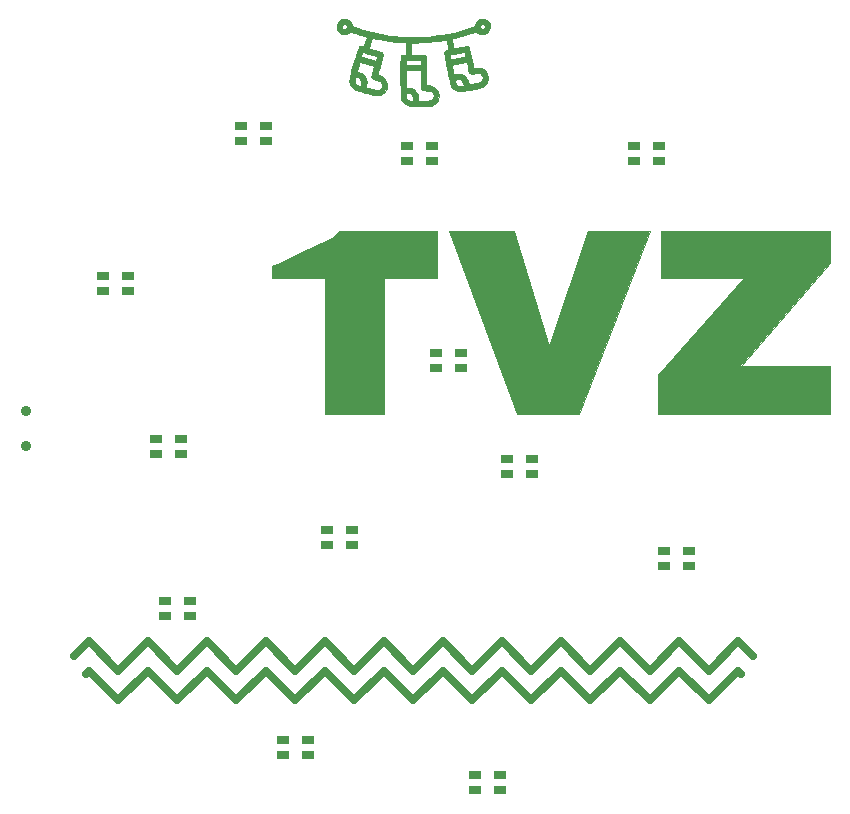
<source format=gbr>
%TF.GenerationSoftware,KiCad,Pcbnew,(5.1.10)-1*%
%TF.CreationDate,2021-10-17T17:11:57+02:00*%
%TF.ProjectId,TVZ_kuglica,54565a5f-6b75-4676-9c69-63612e6b6963,rev?*%
%TF.SameCoordinates,Original*%
%TF.FileFunction,Soldermask,Top*%
%TF.FilePolarity,Negative*%
%FSLAX46Y46*%
G04 Gerber Fmt 4.6, Leading zero omitted, Abs format (unit mm)*
G04 Created by KiCad (PCBNEW (5.1.10)-1) date 2021-10-17 17:11:57*
%MOMM*%
%LPD*%
G01*
G04 APERTURE LIST*
%ADD10C,0.700000*%
%ADD11C,0.100000*%
%ADD12C,0.010000*%
%ADD13C,0.900000*%
%ADD14R,1.100000X0.750000*%
G04 APERTURE END LIST*
D10*
X109500000Y-120250000D02*
X112000000Y-122750000D01*
X109250000Y-120500000D02*
X109500000Y-120250000D01*
X109500000Y-117750000D02*
X108250000Y-119000000D01*
X162000000Y-122750000D02*
X164500000Y-120250000D01*
X152000000Y-120250000D02*
X149500000Y-117750000D01*
X157000000Y-120250000D02*
X154500000Y-117750000D01*
X165750000Y-119000000D02*
X164500000Y-117750000D01*
X164500000Y-117750000D02*
X162000000Y-120250000D01*
X112000000Y-122750000D02*
X114500000Y-120250000D01*
X144500000Y-120250000D02*
X147000000Y-122750000D01*
X159500000Y-120250000D02*
X162000000Y-122750000D01*
X142000000Y-120250000D02*
X139500000Y-117750000D01*
X142000000Y-122750000D02*
X144500000Y-120250000D01*
X137000000Y-122750000D02*
X139500000Y-120250000D01*
X119500000Y-117750000D02*
X117000000Y-120250000D01*
X134500000Y-117750000D02*
X132000000Y-120250000D01*
X162000000Y-120250000D02*
X159500000Y-117750000D01*
X159500000Y-117750000D02*
X157000000Y-120250000D01*
X117000000Y-122750000D02*
X119500000Y-120250000D01*
X157000000Y-122750000D02*
X159500000Y-120250000D01*
X129500000Y-120250000D02*
X132000000Y-122750000D01*
X154500000Y-120250000D02*
X157000000Y-122750000D01*
X134500000Y-120250000D02*
X137000000Y-122750000D01*
X124500000Y-120250000D02*
X127000000Y-122750000D01*
X132000000Y-122750000D02*
X134500000Y-120250000D01*
X119500000Y-120250000D02*
X122000000Y-122750000D01*
X147000000Y-120250000D02*
X144500000Y-117750000D01*
X154500000Y-117750000D02*
X152000000Y-120250000D01*
X139500000Y-117750000D02*
X137000000Y-120250000D01*
X129500000Y-117750000D02*
X127000000Y-120250000D01*
X152000000Y-122750000D02*
X154500000Y-120250000D01*
X149500000Y-120250000D02*
X152000000Y-122750000D01*
X117000000Y-120250000D02*
X114500000Y-117750000D01*
X114500000Y-117750000D02*
X112000000Y-120250000D01*
X147000000Y-122750000D02*
X149500000Y-120250000D01*
X114500000Y-120250000D02*
X117000000Y-122750000D01*
X127000000Y-120250000D02*
X124500000Y-117750000D01*
X112000000Y-120250000D02*
X109500000Y-117750000D01*
X122000000Y-120250000D02*
X119500000Y-117750000D01*
X137000000Y-120250000D02*
X134500000Y-117750000D01*
X149500000Y-117750000D02*
X147000000Y-120250000D01*
X124500000Y-117750000D02*
X122000000Y-120250000D01*
X144500000Y-117750000D02*
X142000000Y-120250000D01*
X122000000Y-122750000D02*
X124500000Y-120250000D01*
X132000000Y-120250000D02*
X129500000Y-117750000D01*
X139500000Y-120250000D02*
X142000000Y-122750000D01*
X164500000Y-120250000D02*
X164750000Y-120500000D01*
X127000000Y-122750000D02*
X129500000Y-120250000D01*
D11*
G36*
X172250000Y-85750000D02*
G01*
X164750000Y-94500000D01*
X172250000Y-94500000D01*
X172250000Y-98500000D01*
X157750000Y-98500000D01*
X157750000Y-95250000D01*
X165000000Y-87000000D01*
X158000000Y-87000000D01*
X158000000Y-83000000D01*
X172250000Y-83000000D01*
X172250000Y-85750000D01*
G37*
X172250000Y-85750000D02*
X164750000Y-94500000D01*
X172250000Y-94500000D01*
X172250000Y-98500000D01*
X157750000Y-98500000D01*
X157750000Y-95250000D01*
X165000000Y-87000000D01*
X158000000Y-87000000D01*
X158000000Y-83000000D01*
X172250000Y-83000000D01*
X172250000Y-85750000D01*
G36*
X148500000Y-92750000D02*
G01*
X151750000Y-83000000D01*
X157000000Y-83000000D01*
X151000000Y-98500000D01*
X145750000Y-98500000D01*
X140000000Y-83000000D01*
X145500000Y-83000000D01*
X148500000Y-92750000D01*
G37*
X148500000Y-92750000D02*
X151750000Y-83000000D01*
X157000000Y-83000000D01*
X151000000Y-98500000D01*
X145750000Y-98500000D01*
X140000000Y-83000000D01*
X145500000Y-83000000D01*
X148500000Y-92750000D01*
G36*
X139000000Y-87000000D02*
G01*
X134500000Y-87000000D01*
X134500000Y-98500000D01*
X129500000Y-98500000D01*
X129500000Y-87000000D01*
X125000000Y-87000000D01*
X125000000Y-86000000D01*
X125750000Y-85750000D01*
X126580000Y-85360000D01*
X127390000Y-84930000D01*
X128860000Y-84240000D01*
X129590000Y-83920000D01*
X129940000Y-83700000D01*
X130250000Y-83500000D01*
X130540000Y-83240000D01*
X130750000Y-83000000D01*
X139000000Y-83000000D01*
X139000000Y-87000000D01*
G37*
X139000000Y-87000000D02*
X134500000Y-87000000D01*
X134500000Y-98500000D01*
X129500000Y-98500000D01*
X129500000Y-87000000D01*
X125000000Y-87000000D01*
X125000000Y-86000000D01*
X125750000Y-85750000D01*
X126580000Y-85360000D01*
X127390000Y-84930000D01*
X128860000Y-84240000D01*
X129590000Y-83920000D01*
X129940000Y-83700000D01*
X130250000Y-83500000D01*
X130540000Y-83240000D01*
X130750000Y-83000000D01*
X139000000Y-83000000D01*
X139000000Y-87000000D01*
D12*
%TO.C,G\u002A\u002A\u002A*%
G36*
X143027877Y-65089141D02*
G01*
X143177224Y-65150535D01*
X143301325Y-65244717D01*
X143397404Y-65364669D01*
X143462680Y-65503370D01*
X143494375Y-65653801D01*
X143489712Y-65808940D01*
X143445912Y-65961768D01*
X143360196Y-66105265D01*
X143295075Y-66176812D01*
X143149915Y-66283282D01*
X142989107Y-66344768D01*
X142820816Y-66360786D01*
X142653209Y-66330852D01*
X142494450Y-66254480D01*
X142455291Y-66226699D01*
X142346700Y-66143832D01*
X141902200Y-66288887D01*
X141632701Y-66373920D01*
X141347940Y-66458575D01*
X141062652Y-66538741D01*
X140791572Y-66610310D01*
X140549432Y-66669173D01*
X140492500Y-66682008D01*
X140395750Y-66704830D01*
X140318505Y-66725729D01*
X140274002Y-66741038D01*
X140269168Y-66743859D01*
X140268777Y-66771429D01*
X140276804Y-66838578D01*
X140291404Y-66935136D01*
X140310734Y-67050929D01*
X140332950Y-67175785D01*
X140356208Y-67299532D01*
X140378664Y-67411997D01*
X140398475Y-67503007D01*
X140413796Y-67562390D01*
X140420614Y-67579397D01*
X140446772Y-67577639D01*
X140515376Y-67566839D01*
X140619142Y-67548318D01*
X140750783Y-67523394D01*
X140903015Y-67493389D01*
X140969397Y-67479983D01*
X141167205Y-67440629D01*
X141321789Y-67412560D01*
X141439425Y-67395658D01*
X141526393Y-67389798D01*
X141588968Y-67394860D01*
X141633430Y-67410723D01*
X141666055Y-67437263D01*
X141687820Y-67466055D01*
X141702423Y-67505068D01*
X141725388Y-67587600D01*
X141755227Y-67707333D01*
X141790448Y-67857950D01*
X141829564Y-68033135D01*
X141871083Y-68226569D01*
X141900490Y-68368034D01*
X141941790Y-68567764D01*
X141980395Y-68751384D01*
X142015022Y-68913023D01*
X142044388Y-69046810D01*
X142067208Y-69146877D01*
X142082199Y-69207352D01*
X142087490Y-69223156D01*
X142117973Y-69226449D01*
X142184382Y-69221345D01*
X142272740Y-69208954D01*
X142278691Y-69207960D01*
X142493389Y-69194988D01*
X142695605Y-69228034D01*
X142879650Y-69304205D01*
X143039833Y-69420604D01*
X143170465Y-69574338D01*
X143238360Y-69696214D01*
X143278435Y-69793013D01*
X143300850Y-69879545D01*
X143310277Y-69978911D01*
X143311650Y-70058634D01*
X143309053Y-70171833D01*
X143297581Y-70256926D01*
X143272206Y-70336463D01*
X143228416Y-70431947D01*
X143118164Y-70605765D01*
X142978138Y-70744275D01*
X142814535Y-70841605D01*
X142782236Y-70854608D01*
X142707797Y-70877710D01*
X142592792Y-70907436D01*
X142445236Y-70942186D01*
X142273143Y-70980362D01*
X142084527Y-71020366D01*
X141887403Y-71060598D01*
X141689785Y-71099460D01*
X141499687Y-71135354D01*
X141325125Y-71166680D01*
X141174112Y-71191839D01*
X141054663Y-71209234D01*
X140974792Y-71217265D01*
X140962400Y-71217622D01*
X140772053Y-71195143D01*
X140591780Y-71130552D01*
X140429813Y-71029868D01*
X140294380Y-70899115D01*
X140193711Y-70744311D01*
X140147379Y-70621352D01*
X140137142Y-70577443D01*
X140117844Y-70488857D01*
X140090552Y-70360695D01*
X140067600Y-70251606D01*
X140516787Y-70251606D01*
X140517691Y-70297040D01*
X140536053Y-70374266D01*
X140557493Y-70454834D01*
X140617262Y-70587032D01*
X140717301Y-70697041D01*
X140769647Y-70733969D01*
X140860321Y-70766744D01*
X140981695Y-70779146D01*
X141117507Y-70770178D01*
X141178300Y-70759060D01*
X141229590Y-70741738D01*
X141248460Y-70709209D01*
X141248125Y-70654115D01*
X141215894Y-70486727D01*
X141147805Y-70354426D01*
X141046751Y-70259447D01*
X140915620Y-70204023D01*
X140757305Y-70190390D01*
X140662090Y-70201093D01*
X140584659Y-70214130D01*
X140537667Y-70227469D01*
X140516787Y-70251606D01*
X140067600Y-70251606D01*
X140056333Y-70198057D01*
X140016256Y-70006047D01*
X139971387Y-69789766D01*
X139922794Y-69554315D01*
X139871544Y-69304797D01*
X139854893Y-69223478D01*
X139802003Y-68964227D01*
X140259470Y-68964227D01*
X140262219Y-68988496D01*
X140274048Y-69052273D01*
X140292793Y-69145526D01*
X140316292Y-69258222D01*
X140342382Y-69380328D01*
X140368901Y-69501813D01*
X140393685Y-69612644D01*
X140414572Y-69702789D01*
X140429399Y-69762214D01*
X140435548Y-69781015D01*
X140464637Y-69782462D01*
X140527377Y-69774052D01*
X140582351Y-69763423D01*
X140797513Y-69741029D01*
X141001139Y-69765649D01*
X141188208Y-69833914D01*
X141353699Y-69942456D01*
X141492592Y-70087907D01*
X141599866Y-70266900D01*
X141670500Y-70476068D01*
X141674887Y-70496250D01*
X141699556Y-70583013D01*
X141727479Y-70625863D01*
X141738622Y-70629600D01*
X141774517Y-70624593D01*
X141851056Y-70610734D01*
X141959202Y-70589763D01*
X142089914Y-70563423D01*
X142194687Y-70541742D01*
X142339705Y-70509847D01*
X142471838Y-70477887D01*
X142581033Y-70448516D01*
X142657241Y-70424384D01*
X142685077Y-70412331D01*
X142787112Y-70324560D01*
X142853775Y-70209429D01*
X142881674Y-70079048D01*
X142867413Y-69945527D01*
X142837283Y-69869086D01*
X142764154Y-69761285D01*
X142672425Y-69688972D01*
X142556433Y-69650427D01*
X142410512Y-69643930D01*
X142228998Y-69667759D01*
X142196117Y-69674304D01*
X142052366Y-69702350D01*
X141940172Y-69716514D01*
X141854054Y-69711936D01*
X141788529Y-69683760D01*
X141738115Y-69627127D01*
X141697329Y-69537180D01*
X141660688Y-69409063D01*
X141622711Y-69237916D01*
X141604686Y-69150281D01*
X141514306Y-68707124D01*
X140889103Y-68834642D01*
X140718296Y-68869525D01*
X140564928Y-68900931D01*
X140435710Y-68927479D01*
X140337352Y-68947789D01*
X140276567Y-68960478D01*
X140259470Y-68964227D01*
X139802003Y-68964227D01*
X139795371Y-68931719D01*
X139745618Y-68685579D01*
X139704932Y-68480965D01*
X139672613Y-68313785D01*
X139647959Y-68179948D01*
X139641937Y-68144347D01*
X140089517Y-68144347D01*
X140095955Y-68208828D01*
X140110621Y-68291817D01*
X140130328Y-68378898D01*
X140151891Y-68455656D01*
X140172126Y-68507674D01*
X140184859Y-68521801D01*
X140216841Y-68517051D01*
X140291262Y-68503503D01*
X140400797Y-68482570D01*
X140538121Y-68455665D01*
X140695910Y-68424200D01*
X140797300Y-68403730D01*
X140963507Y-68369415D01*
X141113182Y-68337351D01*
X141239088Y-68309184D01*
X141333986Y-68286559D01*
X141390639Y-68271122D01*
X141403277Y-68265981D01*
X141409650Y-68233126D01*
X141405986Y-68166643D01*
X141394879Y-68082113D01*
X141378923Y-67995111D01*
X141360714Y-67921216D01*
X141342848Y-67876006D01*
X141337301Y-67869930D01*
X141307701Y-67871135D01*
X141236770Y-67881259D01*
X141132872Y-67898669D01*
X141004368Y-67921731D01*
X140859620Y-67948810D01*
X140706990Y-67978272D01*
X140554840Y-68008484D01*
X140411531Y-68037812D01*
X140285426Y-68064621D01*
X140184886Y-68087278D01*
X140118274Y-68104148D01*
X140094489Y-68112790D01*
X140089517Y-68144347D01*
X139641937Y-68144347D01*
X139630268Y-68075363D01*
X139618841Y-67995937D01*
X139612974Y-67937579D01*
X139611968Y-67896198D01*
X139615121Y-67867702D01*
X139619863Y-67852154D01*
X139669646Y-67787701D01*
X139750111Y-67736211D01*
X139841154Y-67709586D01*
X139863034Y-67708211D01*
X139907044Y-67705260D01*
X139936862Y-67692735D01*
X139953023Y-67663807D01*
X139956065Y-67611647D01*
X139946526Y-67529423D01*
X139924941Y-67410306D01*
X139897218Y-67273463D01*
X139869015Y-67137728D01*
X139843936Y-67018855D01*
X139823957Y-66926076D01*
X139811056Y-66868619D01*
X139807643Y-66855261D01*
X139783686Y-66845000D01*
X139719765Y-66846005D01*
X139612377Y-66858498D01*
X139510548Y-66874022D01*
X139142514Y-66928062D01*
X138752591Y-66975341D01*
X138354618Y-67014661D01*
X137962439Y-67044826D01*
X137589894Y-67064638D01*
X137250825Y-67072900D01*
X137209550Y-67073064D01*
X136796800Y-67073600D01*
X136796800Y-68089600D01*
X137326409Y-68089599D01*
X137518232Y-68091027D01*
X137681856Y-68095123D01*
X137811242Y-68101609D01*
X137900354Y-68110207D01*
X137936781Y-68117753D01*
X137971167Y-68130314D01*
X138000065Y-68144817D01*
X138023954Y-68165491D01*
X138043309Y-68196564D01*
X138058608Y-68242263D01*
X138070328Y-68306818D01*
X138078945Y-68394455D01*
X138084937Y-68509404D01*
X138088780Y-68655893D01*
X138090952Y-68838149D01*
X138091930Y-69060401D01*
X138092190Y-69326877D01*
X138092200Y-69495511D01*
X138092200Y-70700745D01*
X138314450Y-70709622D01*
X138521754Y-70735850D01*
X138698669Y-70798934D01*
X138853189Y-70902458D01*
X138944267Y-70991863D01*
X139057734Y-71147337D01*
X139126926Y-71315796D01*
X139154890Y-71506166D01*
X139154584Y-71607500D01*
X139123595Y-71818762D01*
X139050212Y-72002057D01*
X138934544Y-72157214D01*
X138776699Y-72284066D01*
X138682284Y-72336683D01*
X138512500Y-72420300D01*
X137572100Y-72425401D01*
X137308681Y-72426383D01*
X137091585Y-72426121D01*
X136916347Y-72424495D01*
X136778504Y-72421383D01*
X136673590Y-72416662D01*
X136597142Y-72410212D01*
X136544695Y-72401910D01*
X136525634Y-72396887D01*
X136340823Y-72312271D01*
X136180786Y-72185342D01*
X136050403Y-72020526D01*
X135991677Y-71912300D01*
X135920500Y-71759900D01*
X135919180Y-71450272D01*
X136340562Y-71450272D01*
X136348284Y-71557947D01*
X136351459Y-71584169D01*
X136392573Y-71736619D01*
X136471920Y-71856998D01*
X136586331Y-71942669D01*
X136732637Y-71990998D01*
X136852981Y-72001200D01*
X137000000Y-72001200D01*
X137000000Y-71854181D01*
X136979523Y-71687334D01*
X136919851Y-71550151D01*
X136823617Y-71445802D01*
X136693458Y-71377457D01*
X136582969Y-71352659D01*
X136466538Y-71341934D01*
X136392271Y-71349682D01*
X136352751Y-71383322D01*
X136340562Y-71450272D01*
X135919180Y-71450272D01*
X135913138Y-70034052D01*
X135911822Y-69672428D01*
X135911301Y-69410400D01*
X136365000Y-69410400D01*
X136365000Y-70901839D01*
X136578500Y-70915159D01*
X136784116Y-70944176D01*
X136957543Y-71005893D01*
X137108580Y-71104421D01*
X137175404Y-71165395D01*
X137292961Y-71307210D01*
X137371463Y-71462802D01*
X137415405Y-71643143D01*
X137427665Y-71781247D01*
X137437025Y-72005794D01*
X137923362Y-71996731D01*
X138100824Y-71992702D01*
X138235081Y-71987656D01*
X138333729Y-71980883D01*
X138404363Y-71971672D01*
X138454578Y-71959314D01*
X138490936Y-71943660D01*
X138596336Y-71861798D01*
X138672249Y-71752948D01*
X138714399Y-71629282D01*
X138718511Y-71502971D01*
X138684243Y-71393406D01*
X138634784Y-71322665D01*
X138566082Y-71250090D01*
X138541369Y-71228854D01*
X138500290Y-71197520D01*
X138462146Y-71175614D01*
X138416558Y-71160982D01*
X138353149Y-71151474D01*
X138261541Y-71144939D01*
X138131355Y-71139223D01*
X138103842Y-71138148D01*
X137984191Y-71134589D01*
X137887437Y-71130888D01*
X137811120Y-71122116D01*
X137752778Y-71103341D01*
X137709949Y-71069633D01*
X137680171Y-71016063D01*
X137660983Y-70937700D01*
X137649922Y-70829614D01*
X137644528Y-70686874D01*
X137642338Y-70504551D01*
X137640891Y-70277714D01*
X137640324Y-70209827D01*
X137632948Y-69410400D01*
X136365000Y-69410400D01*
X135911301Y-69410400D01*
X135911198Y-69358769D01*
X135911302Y-69090247D01*
X135912171Y-68864031D01*
X135912576Y-68818735D01*
X136342773Y-68818735D01*
X136344585Y-68897507D01*
X136349790Y-68942832D01*
X136350477Y-68944910D01*
X136363098Y-68955759D01*
X136395106Y-68963923D01*
X136451836Y-68969629D01*
X136538625Y-68973103D01*
X136660811Y-68974571D01*
X136823729Y-68974260D01*
X137005720Y-68972687D01*
X137647700Y-68965900D01*
X137647700Y-68534100D01*
X136352300Y-68534100D01*
X136344757Y-68722222D01*
X136342773Y-68818735D01*
X135912576Y-68818735D01*
X135913842Y-68677292D01*
X135916352Y-68527200D01*
X135919737Y-68410925D01*
X135924034Y-68325638D01*
X135929281Y-68268508D01*
X135935513Y-68236707D01*
X135936563Y-68233878D01*
X135992680Y-68161679D01*
X136086670Y-68112296D01*
X136208997Y-68090308D01*
X136237184Y-68089600D01*
X136339600Y-68089600D01*
X136339600Y-67075901D01*
X136257050Y-67063133D01*
X136196759Y-67056267D01*
X136100997Y-67048078D01*
X135985028Y-67039792D01*
X135907800Y-67035038D01*
X135485077Y-67002009D01*
X135028907Y-66950256D01*
X134552330Y-66881531D01*
X134068388Y-66797586D01*
X133905275Y-66766045D01*
X133771150Y-66740367D01*
X133655270Y-66719988D01*
X133566427Y-66706313D01*
X133513415Y-66700744D01*
X133502543Y-66701789D01*
X133492124Y-66728424D01*
X133470987Y-66793729D01*
X133441903Y-66888218D01*
X133407642Y-67002406D01*
X133370973Y-67126808D01*
X133334665Y-67251938D01*
X133301489Y-67368311D01*
X133274214Y-67466442D01*
X133255609Y-67536844D01*
X133248445Y-67570032D01*
X133248632Y-67571371D01*
X133273337Y-67579206D01*
X133339776Y-67599049D01*
X133440875Y-67628821D01*
X133569560Y-67666442D01*
X133718759Y-67709835D01*
X133786900Y-67729588D01*
X133970434Y-67783530D01*
X134111098Y-67826986D01*
X134215172Y-67862301D01*
X134288937Y-67891822D01*
X134338676Y-67917894D01*
X134370668Y-67942864D01*
X134377450Y-67950148D01*
X134416989Y-68009727D01*
X134434547Y-68063594D01*
X134434600Y-68065788D01*
X134427686Y-68101290D01*
X134408052Y-68179466D01*
X134377360Y-68294269D01*
X134337272Y-68439651D01*
X134289450Y-68609565D01*
X134235556Y-68797965D01*
X134193300Y-68943811D01*
X134136239Y-69140222D01*
X134083991Y-69321030D01*
X134038198Y-69480477D01*
X134000503Y-69612806D01*
X133972547Y-69712258D01*
X133955973Y-69773074D01*
X133952000Y-69789900D01*
X133974191Y-69806157D01*
X134031852Y-69830598D01*
X134098050Y-69853250D01*
X134230174Y-69898896D01*
X134331194Y-69946531D01*
X134420053Y-70006850D01*
X134511503Y-70086615D01*
X134636807Y-70236412D01*
X134723709Y-70410187D01*
X134770185Y-70598133D01*
X134774212Y-70790440D01*
X134733768Y-70977301D01*
X134708254Y-71040645D01*
X134599189Y-71221951D01*
X134454584Y-71373109D01*
X134289578Y-71482086D01*
X134211351Y-71518780D01*
X134143507Y-71540809D01*
X134068155Y-71551619D01*
X133967402Y-71554656D01*
X133913900Y-71554449D01*
X133847175Y-71552998D01*
X133784014Y-71548852D01*
X133717880Y-71540491D01*
X133642236Y-71526397D01*
X133550543Y-71505049D01*
X133436264Y-71474930D01*
X133292862Y-71434518D01*
X133113798Y-71382297D01*
X132897932Y-71318349D01*
X132701440Y-71258988D01*
X132516213Y-71201263D01*
X132349078Y-71147438D01*
X132206859Y-71099775D01*
X132096382Y-71060537D01*
X132024471Y-71031984D01*
X132005094Y-71022412D01*
X131874452Y-70922681D01*
X131756016Y-70789756D01*
X131664393Y-70641188D01*
X131638984Y-70582536D01*
X131617834Y-70522004D01*
X131602037Y-70462499D01*
X131592386Y-70399780D01*
X131589673Y-70329605D01*
X131594692Y-70247731D01*
X131594989Y-70245581D01*
X132024342Y-70245581D01*
X132038186Y-70394250D01*
X132094002Y-70521100D01*
X132183924Y-70616035D01*
X132242900Y-70651254D01*
X132322188Y-70687127D01*
X132406304Y-70718098D01*
X132479762Y-70738614D01*
X132527077Y-70743118D01*
X132532825Y-70741198D01*
X132548023Y-70713164D01*
X132568095Y-70652797D01*
X132577275Y-70618784D01*
X132602229Y-70443323D01*
X132583709Y-70292030D01*
X132522809Y-70166930D01*
X132420623Y-70070046D01*
X132278244Y-70003400D01*
X132238719Y-69992257D01*
X132156051Y-69974351D01*
X132107515Y-69977915D01*
X132078572Y-70009868D01*
X132054684Y-70077130D01*
X132053735Y-70080295D01*
X132024342Y-70245581D01*
X131594989Y-70245581D01*
X131608235Y-70149917D01*
X131631095Y-70031920D01*
X131664066Y-69889499D01*
X131707940Y-69718412D01*
X131763510Y-69514418D01*
X131763891Y-69513066D01*
X132236704Y-69513066D01*
X132261099Y-69535494D01*
X132323060Y-69556004D01*
X132341514Y-69560758D01*
X132548431Y-69637149D01*
X132727951Y-69755984D01*
X132824031Y-69848630D01*
X132948789Y-70019194D01*
X133024860Y-70204118D01*
X133052286Y-70403581D01*
X133031108Y-70617763D01*
X133016473Y-70680400D01*
X132993429Y-70770436D01*
X132977075Y-70838119D01*
X132970275Y-70871477D01*
X132970369Y-70873039D01*
X132994735Y-70880388D01*
X133059824Y-70899380D01*
X133157525Y-70927665D01*
X133279728Y-70962892D01*
X133380500Y-70991857D01*
X133581194Y-71046882D01*
X133741289Y-71084143D01*
X133867560Y-71104213D01*
X133966784Y-71107661D01*
X134045736Y-71095060D01*
X134111193Y-71066980D01*
X134130058Y-71055050D01*
X134241656Y-70952878D01*
X134309474Y-70831328D01*
X134331088Y-70696945D01*
X134309313Y-70571291D01*
X134273145Y-70487206D01*
X134221436Y-70418847D01*
X134146724Y-70361322D01*
X134041549Y-70309743D01*
X133898452Y-70259218D01*
X133779613Y-70224076D01*
X133628942Y-70170112D01*
X133521146Y-70106007D01*
X133459011Y-70033841D01*
X133444036Y-69973601D01*
X133450778Y-69936179D01*
X133469453Y-69858800D01*
X133497773Y-69750277D01*
X133533448Y-69619422D01*
X133567182Y-69499540D01*
X133690293Y-69067980D01*
X133083836Y-68892767D01*
X132916858Y-68845161D01*
X132766447Y-68803497D01*
X132639325Y-68769536D01*
X132542215Y-68745042D01*
X132481839Y-68731778D01*
X132464559Y-68730374D01*
X132453312Y-68758184D01*
X132431236Y-68825734D01*
X132401191Y-68923845D01*
X132366036Y-69043336D01*
X132353600Y-69086599D01*
X132316739Y-69215197D01*
X132283777Y-69329481D01*
X132257761Y-69418935D01*
X132241740Y-69473040D01*
X132239432Y-69480510D01*
X132236704Y-69513066D01*
X131763891Y-69513066D01*
X131831569Y-69273273D01*
X131912911Y-68990736D01*
X131979155Y-68762700D01*
X132065674Y-68465673D01*
X132120576Y-68278375D01*
X132585182Y-68278375D01*
X132585665Y-68281054D01*
X132610084Y-68289166D01*
X132675360Y-68309246D01*
X132773608Y-68338953D01*
X132896943Y-68375944D01*
X133037478Y-68417876D01*
X133187328Y-68462409D01*
X133338609Y-68507200D01*
X133483434Y-68549907D01*
X133613917Y-68588188D01*
X133722174Y-68619700D01*
X133800319Y-68642103D01*
X133817574Y-68646937D01*
X133826795Y-68625336D01*
X133846191Y-68567036D01*
X133871764Y-68484119D01*
X133874724Y-68474211D01*
X133900559Y-68382428D01*
X133919141Y-68306806D01*
X133926588Y-68263197D01*
X133926600Y-68262367D01*
X133910829Y-68244814D01*
X133861286Y-68220412D01*
X133774621Y-68187968D01*
X133647486Y-68146292D01*
X133476533Y-68094194D01*
X133345071Y-68055555D01*
X133180055Y-68007976D01*
X133030218Y-67965572D01*
X132902794Y-67930326D01*
X132805016Y-67904220D01*
X132744117Y-67889236D01*
X132727859Y-67886400D01*
X132701028Y-67910657D01*
X132668392Y-67980171D01*
X132635204Y-68080049D01*
X132609466Y-68171332D01*
X132591797Y-68241477D01*
X132585182Y-68278375D01*
X132120576Y-68278375D01*
X132139511Y-68213779D01*
X132202280Y-68003403D01*
X132255592Y-67830931D01*
X132301060Y-67692746D01*
X132340297Y-67585236D01*
X132374916Y-67504785D01*
X132406529Y-67447779D01*
X132436749Y-67410602D01*
X132467189Y-67389640D01*
X132499461Y-67381278D01*
X132535179Y-67381902D01*
X132575954Y-67387897D01*
X132591338Y-67390531D01*
X132671310Y-67404797D01*
X132730404Y-67412203D01*
X132773996Y-67406727D01*
X132807456Y-67382349D01*
X132836160Y-67333047D01*
X132865479Y-67252800D01*
X132900787Y-67135587D01*
X132940408Y-66999371D01*
X132980105Y-66862513D01*
X133013694Y-66743901D01*
X133038973Y-66651542D01*
X133053741Y-66593442D01*
X133056504Y-66577004D01*
X133031211Y-66568645D01*
X132965633Y-66549084D01*
X132868399Y-66520842D01*
X132748135Y-66486435D01*
X132682000Y-66467689D01*
X132513582Y-66418696D01*
X132325643Y-66361773D01*
X132140876Y-66303910D01*
X131981972Y-66252099D01*
X131978937Y-66251080D01*
X131644175Y-66138549D01*
X131597937Y-66190574D01*
X131508644Y-66261125D01*
X131386482Y-66317466D01*
X131248802Y-66353039D01*
X131143937Y-66362151D01*
X130966452Y-66339096D01*
X130809401Y-66273111D01*
X130678424Y-66169863D01*
X130579164Y-66035020D01*
X130517262Y-65874251D01*
X130500662Y-65734433D01*
X130949435Y-65734433D01*
X130972412Y-65825340D01*
X131027826Y-65887281D01*
X131104301Y-65917001D01*
X131190461Y-65911244D01*
X131274930Y-65866753D01*
X131306396Y-65836599D01*
X131348398Y-65772426D01*
X131352688Y-65705195D01*
X131350544Y-65693172D01*
X131312104Y-65597715D01*
X131249302Y-65537039D01*
X131172984Y-65510029D01*
X131093994Y-65515569D01*
X131023178Y-65552543D01*
X130971381Y-65619836D01*
X130949448Y-65716332D01*
X130949435Y-65734433D01*
X130500662Y-65734433D01*
X130498157Y-65713337D01*
X130520886Y-65536336D01*
X130586567Y-65379460D01*
X130689425Y-65248466D01*
X130823688Y-65149110D01*
X130983579Y-65087149D01*
X131145300Y-65068115D01*
X131326288Y-65091378D01*
X131486061Y-65157975D01*
X131618924Y-65263119D01*
X131719183Y-65402023D01*
X131781141Y-65569900D01*
X131788880Y-65609131D01*
X131806698Y-65714700D01*
X132047499Y-65798703D01*
X132750631Y-66023002D01*
X133477922Y-66213346D01*
X134233962Y-66370738D01*
X135023340Y-66496180D01*
X135526800Y-66557832D01*
X135706677Y-66573422D01*
X135928524Y-66586070D01*
X136183597Y-66595776D01*
X136463151Y-66602541D01*
X136758442Y-66606364D01*
X137060724Y-66607245D01*
X137361254Y-66605185D01*
X137651287Y-66600183D01*
X137922078Y-66592239D01*
X138164882Y-66581353D01*
X138370956Y-66567526D01*
X138473200Y-66557832D01*
X139270745Y-66453901D01*
X140031676Y-66320191D01*
X140761360Y-66155533D01*
X141465161Y-65958755D01*
X141952500Y-65798760D01*
X142193301Y-65714700D01*
X142199112Y-65680266D01*
X142650694Y-65680266D01*
X142652181Y-65770797D01*
X142691838Y-65844117D01*
X142758377Y-65894602D01*
X142840507Y-65916629D01*
X142926938Y-65904574D01*
X143003290Y-65855902D01*
X143040268Y-65788490D01*
X143050280Y-65714700D01*
X143030731Y-65620935D01*
X142979668Y-65555377D01*
X142908463Y-65519004D01*
X142828491Y-65512797D01*
X142751124Y-65537736D01*
X142687737Y-65594801D01*
X142650694Y-65680266D01*
X142199112Y-65680266D01*
X142211119Y-65609131D01*
X142264134Y-65435572D01*
X142356678Y-65290098D01*
X142483203Y-65177366D01*
X142638160Y-65102036D01*
X142816003Y-65068766D01*
X142856062Y-65067557D01*
X143027877Y-65089141D01*
G37*
X143027877Y-65089141D02*
X143177224Y-65150535D01*
X143301325Y-65244717D01*
X143397404Y-65364669D01*
X143462680Y-65503370D01*
X143494375Y-65653801D01*
X143489712Y-65808940D01*
X143445912Y-65961768D01*
X143360196Y-66105265D01*
X143295075Y-66176812D01*
X143149915Y-66283282D01*
X142989107Y-66344768D01*
X142820816Y-66360786D01*
X142653209Y-66330852D01*
X142494450Y-66254480D01*
X142455291Y-66226699D01*
X142346700Y-66143832D01*
X141902200Y-66288887D01*
X141632701Y-66373920D01*
X141347940Y-66458575D01*
X141062652Y-66538741D01*
X140791572Y-66610310D01*
X140549432Y-66669173D01*
X140492500Y-66682008D01*
X140395750Y-66704830D01*
X140318505Y-66725729D01*
X140274002Y-66741038D01*
X140269168Y-66743859D01*
X140268777Y-66771429D01*
X140276804Y-66838578D01*
X140291404Y-66935136D01*
X140310734Y-67050929D01*
X140332950Y-67175785D01*
X140356208Y-67299532D01*
X140378664Y-67411997D01*
X140398475Y-67503007D01*
X140413796Y-67562390D01*
X140420614Y-67579397D01*
X140446772Y-67577639D01*
X140515376Y-67566839D01*
X140619142Y-67548318D01*
X140750783Y-67523394D01*
X140903015Y-67493389D01*
X140969397Y-67479983D01*
X141167205Y-67440629D01*
X141321789Y-67412560D01*
X141439425Y-67395658D01*
X141526393Y-67389798D01*
X141588968Y-67394860D01*
X141633430Y-67410723D01*
X141666055Y-67437263D01*
X141687820Y-67466055D01*
X141702423Y-67505068D01*
X141725388Y-67587600D01*
X141755227Y-67707333D01*
X141790448Y-67857950D01*
X141829564Y-68033135D01*
X141871083Y-68226569D01*
X141900490Y-68368034D01*
X141941790Y-68567764D01*
X141980395Y-68751384D01*
X142015022Y-68913023D01*
X142044388Y-69046810D01*
X142067208Y-69146877D01*
X142082199Y-69207352D01*
X142087490Y-69223156D01*
X142117973Y-69226449D01*
X142184382Y-69221345D01*
X142272740Y-69208954D01*
X142278691Y-69207960D01*
X142493389Y-69194988D01*
X142695605Y-69228034D01*
X142879650Y-69304205D01*
X143039833Y-69420604D01*
X143170465Y-69574338D01*
X143238360Y-69696214D01*
X143278435Y-69793013D01*
X143300850Y-69879545D01*
X143310277Y-69978911D01*
X143311650Y-70058634D01*
X143309053Y-70171833D01*
X143297581Y-70256926D01*
X143272206Y-70336463D01*
X143228416Y-70431947D01*
X143118164Y-70605765D01*
X142978138Y-70744275D01*
X142814535Y-70841605D01*
X142782236Y-70854608D01*
X142707797Y-70877710D01*
X142592792Y-70907436D01*
X142445236Y-70942186D01*
X142273143Y-70980362D01*
X142084527Y-71020366D01*
X141887403Y-71060598D01*
X141689785Y-71099460D01*
X141499687Y-71135354D01*
X141325125Y-71166680D01*
X141174112Y-71191839D01*
X141054663Y-71209234D01*
X140974792Y-71217265D01*
X140962400Y-71217622D01*
X140772053Y-71195143D01*
X140591780Y-71130552D01*
X140429813Y-71029868D01*
X140294380Y-70899115D01*
X140193711Y-70744311D01*
X140147379Y-70621352D01*
X140137142Y-70577443D01*
X140117844Y-70488857D01*
X140090552Y-70360695D01*
X140067600Y-70251606D01*
X140516787Y-70251606D01*
X140517691Y-70297040D01*
X140536053Y-70374266D01*
X140557493Y-70454834D01*
X140617262Y-70587032D01*
X140717301Y-70697041D01*
X140769647Y-70733969D01*
X140860321Y-70766744D01*
X140981695Y-70779146D01*
X141117507Y-70770178D01*
X141178300Y-70759060D01*
X141229590Y-70741738D01*
X141248460Y-70709209D01*
X141248125Y-70654115D01*
X141215894Y-70486727D01*
X141147805Y-70354426D01*
X141046751Y-70259447D01*
X140915620Y-70204023D01*
X140757305Y-70190390D01*
X140662090Y-70201093D01*
X140584659Y-70214130D01*
X140537667Y-70227469D01*
X140516787Y-70251606D01*
X140067600Y-70251606D01*
X140056333Y-70198057D01*
X140016256Y-70006047D01*
X139971387Y-69789766D01*
X139922794Y-69554315D01*
X139871544Y-69304797D01*
X139854893Y-69223478D01*
X139802003Y-68964227D01*
X140259470Y-68964227D01*
X140262219Y-68988496D01*
X140274048Y-69052273D01*
X140292793Y-69145526D01*
X140316292Y-69258222D01*
X140342382Y-69380328D01*
X140368901Y-69501813D01*
X140393685Y-69612644D01*
X140414572Y-69702789D01*
X140429399Y-69762214D01*
X140435548Y-69781015D01*
X140464637Y-69782462D01*
X140527377Y-69774052D01*
X140582351Y-69763423D01*
X140797513Y-69741029D01*
X141001139Y-69765649D01*
X141188208Y-69833914D01*
X141353699Y-69942456D01*
X141492592Y-70087907D01*
X141599866Y-70266900D01*
X141670500Y-70476068D01*
X141674887Y-70496250D01*
X141699556Y-70583013D01*
X141727479Y-70625863D01*
X141738622Y-70629600D01*
X141774517Y-70624593D01*
X141851056Y-70610734D01*
X141959202Y-70589763D01*
X142089914Y-70563423D01*
X142194687Y-70541742D01*
X142339705Y-70509847D01*
X142471838Y-70477887D01*
X142581033Y-70448516D01*
X142657241Y-70424384D01*
X142685077Y-70412331D01*
X142787112Y-70324560D01*
X142853775Y-70209429D01*
X142881674Y-70079048D01*
X142867413Y-69945527D01*
X142837283Y-69869086D01*
X142764154Y-69761285D01*
X142672425Y-69688972D01*
X142556433Y-69650427D01*
X142410512Y-69643930D01*
X142228998Y-69667759D01*
X142196117Y-69674304D01*
X142052366Y-69702350D01*
X141940172Y-69716514D01*
X141854054Y-69711936D01*
X141788529Y-69683760D01*
X141738115Y-69627127D01*
X141697329Y-69537180D01*
X141660688Y-69409063D01*
X141622711Y-69237916D01*
X141604686Y-69150281D01*
X141514306Y-68707124D01*
X140889103Y-68834642D01*
X140718296Y-68869525D01*
X140564928Y-68900931D01*
X140435710Y-68927479D01*
X140337352Y-68947789D01*
X140276567Y-68960478D01*
X140259470Y-68964227D01*
X139802003Y-68964227D01*
X139795371Y-68931719D01*
X139745618Y-68685579D01*
X139704932Y-68480965D01*
X139672613Y-68313785D01*
X139647959Y-68179948D01*
X139641937Y-68144347D01*
X140089517Y-68144347D01*
X140095955Y-68208828D01*
X140110621Y-68291817D01*
X140130328Y-68378898D01*
X140151891Y-68455656D01*
X140172126Y-68507674D01*
X140184859Y-68521801D01*
X140216841Y-68517051D01*
X140291262Y-68503503D01*
X140400797Y-68482570D01*
X140538121Y-68455665D01*
X140695910Y-68424200D01*
X140797300Y-68403730D01*
X140963507Y-68369415D01*
X141113182Y-68337351D01*
X141239088Y-68309184D01*
X141333986Y-68286559D01*
X141390639Y-68271122D01*
X141403277Y-68265981D01*
X141409650Y-68233126D01*
X141405986Y-68166643D01*
X141394879Y-68082113D01*
X141378923Y-67995111D01*
X141360714Y-67921216D01*
X141342848Y-67876006D01*
X141337301Y-67869930D01*
X141307701Y-67871135D01*
X141236770Y-67881259D01*
X141132872Y-67898669D01*
X141004368Y-67921731D01*
X140859620Y-67948810D01*
X140706990Y-67978272D01*
X140554840Y-68008484D01*
X140411531Y-68037812D01*
X140285426Y-68064621D01*
X140184886Y-68087278D01*
X140118274Y-68104148D01*
X140094489Y-68112790D01*
X140089517Y-68144347D01*
X139641937Y-68144347D01*
X139630268Y-68075363D01*
X139618841Y-67995937D01*
X139612974Y-67937579D01*
X139611968Y-67896198D01*
X139615121Y-67867702D01*
X139619863Y-67852154D01*
X139669646Y-67787701D01*
X139750111Y-67736211D01*
X139841154Y-67709586D01*
X139863034Y-67708211D01*
X139907044Y-67705260D01*
X139936862Y-67692735D01*
X139953023Y-67663807D01*
X139956065Y-67611647D01*
X139946526Y-67529423D01*
X139924941Y-67410306D01*
X139897218Y-67273463D01*
X139869015Y-67137728D01*
X139843936Y-67018855D01*
X139823957Y-66926076D01*
X139811056Y-66868619D01*
X139807643Y-66855261D01*
X139783686Y-66845000D01*
X139719765Y-66846005D01*
X139612377Y-66858498D01*
X139510548Y-66874022D01*
X139142514Y-66928062D01*
X138752591Y-66975341D01*
X138354618Y-67014661D01*
X137962439Y-67044826D01*
X137589894Y-67064638D01*
X137250825Y-67072900D01*
X137209550Y-67073064D01*
X136796800Y-67073600D01*
X136796800Y-68089600D01*
X137326409Y-68089599D01*
X137518232Y-68091027D01*
X137681856Y-68095123D01*
X137811242Y-68101609D01*
X137900354Y-68110207D01*
X137936781Y-68117753D01*
X137971167Y-68130314D01*
X138000065Y-68144817D01*
X138023954Y-68165491D01*
X138043309Y-68196564D01*
X138058608Y-68242263D01*
X138070328Y-68306818D01*
X138078945Y-68394455D01*
X138084937Y-68509404D01*
X138088780Y-68655893D01*
X138090952Y-68838149D01*
X138091930Y-69060401D01*
X138092190Y-69326877D01*
X138092200Y-69495511D01*
X138092200Y-70700745D01*
X138314450Y-70709622D01*
X138521754Y-70735850D01*
X138698669Y-70798934D01*
X138853189Y-70902458D01*
X138944267Y-70991863D01*
X139057734Y-71147337D01*
X139126926Y-71315796D01*
X139154890Y-71506166D01*
X139154584Y-71607500D01*
X139123595Y-71818762D01*
X139050212Y-72002057D01*
X138934544Y-72157214D01*
X138776699Y-72284066D01*
X138682284Y-72336683D01*
X138512500Y-72420300D01*
X137572100Y-72425401D01*
X137308681Y-72426383D01*
X137091585Y-72426121D01*
X136916347Y-72424495D01*
X136778504Y-72421383D01*
X136673590Y-72416662D01*
X136597142Y-72410212D01*
X136544695Y-72401910D01*
X136525634Y-72396887D01*
X136340823Y-72312271D01*
X136180786Y-72185342D01*
X136050403Y-72020526D01*
X135991677Y-71912300D01*
X135920500Y-71759900D01*
X135919180Y-71450272D01*
X136340562Y-71450272D01*
X136348284Y-71557947D01*
X136351459Y-71584169D01*
X136392573Y-71736619D01*
X136471920Y-71856998D01*
X136586331Y-71942669D01*
X136732637Y-71990998D01*
X136852981Y-72001200D01*
X137000000Y-72001200D01*
X137000000Y-71854181D01*
X136979523Y-71687334D01*
X136919851Y-71550151D01*
X136823617Y-71445802D01*
X136693458Y-71377457D01*
X136582969Y-71352659D01*
X136466538Y-71341934D01*
X136392271Y-71349682D01*
X136352751Y-71383322D01*
X136340562Y-71450272D01*
X135919180Y-71450272D01*
X135913138Y-70034052D01*
X135911822Y-69672428D01*
X135911301Y-69410400D01*
X136365000Y-69410400D01*
X136365000Y-70901839D01*
X136578500Y-70915159D01*
X136784116Y-70944176D01*
X136957543Y-71005893D01*
X137108580Y-71104421D01*
X137175404Y-71165395D01*
X137292961Y-71307210D01*
X137371463Y-71462802D01*
X137415405Y-71643143D01*
X137427665Y-71781247D01*
X137437025Y-72005794D01*
X137923362Y-71996731D01*
X138100824Y-71992702D01*
X138235081Y-71987656D01*
X138333729Y-71980883D01*
X138404363Y-71971672D01*
X138454578Y-71959314D01*
X138490936Y-71943660D01*
X138596336Y-71861798D01*
X138672249Y-71752948D01*
X138714399Y-71629282D01*
X138718511Y-71502971D01*
X138684243Y-71393406D01*
X138634784Y-71322665D01*
X138566082Y-71250090D01*
X138541369Y-71228854D01*
X138500290Y-71197520D01*
X138462146Y-71175614D01*
X138416558Y-71160982D01*
X138353149Y-71151474D01*
X138261541Y-71144939D01*
X138131355Y-71139223D01*
X138103842Y-71138148D01*
X137984191Y-71134589D01*
X137887437Y-71130888D01*
X137811120Y-71122116D01*
X137752778Y-71103341D01*
X137709949Y-71069633D01*
X137680171Y-71016063D01*
X137660983Y-70937700D01*
X137649922Y-70829614D01*
X137644528Y-70686874D01*
X137642338Y-70504551D01*
X137640891Y-70277714D01*
X137640324Y-70209827D01*
X137632948Y-69410400D01*
X136365000Y-69410400D01*
X135911301Y-69410400D01*
X135911198Y-69358769D01*
X135911302Y-69090247D01*
X135912171Y-68864031D01*
X135912576Y-68818735D01*
X136342773Y-68818735D01*
X136344585Y-68897507D01*
X136349790Y-68942832D01*
X136350477Y-68944910D01*
X136363098Y-68955759D01*
X136395106Y-68963923D01*
X136451836Y-68969629D01*
X136538625Y-68973103D01*
X136660811Y-68974571D01*
X136823729Y-68974260D01*
X137005720Y-68972687D01*
X137647700Y-68965900D01*
X137647700Y-68534100D01*
X136352300Y-68534100D01*
X136344757Y-68722222D01*
X136342773Y-68818735D01*
X135912576Y-68818735D01*
X135913842Y-68677292D01*
X135916352Y-68527200D01*
X135919737Y-68410925D01*
X135924034Y-68325638D01*
X135929281Y-68268508D01*
X135935513Y-68236707D01*
X135936563Y-68233878D01*
X135992680Y-68161679D01*
X136086670Y-68112296D01*
X136208997Y-68090308D01*
X136237184Y-68089600D01*
X136339600Y-68089600D01*
X136339600Y-67075901D01*
X136257050Y-67063133D01*
X136196759Y-67056267D01*
X136100997Y-67048078D01*
X135985028Y-67039792D01*
X135907800Y-67035038D01*
X135485077Y-67002009D01*
X135028907Y-66950256D01*
X134552330Y-66881531D01*
X134068388Y-66797586D01*
X133905275Y-66766045D01*
X133771150Y-66740367D01*
X133655270Y-66719988D01*
X133566427Y-66706313D01*
X133513415Y-66700744D01*
X133502543Y-66701789D01*
X133492124Y-66728424D01*
X133470987Y-66793729D01*
X133441903Y-66888218D01*
X133407642Y-67002406D01*
X133370973Y-67126808D01*
X133334665Y-67251938D01*
X133301489Y-67368311D01*
X133274214Y-67466442D01*
X133255609Y-67536844D01*
X133248445Y-67570032D01*
X133248632Y-67571371D01*
X133273337Y-67579206D01*
X133339776Y-67599049D01*
X133440875Y-67628821D01*
X133569560Y-67666442D01*
X133718759Y-67709835D01*
X133786900Y-67729588D01*
X133970434Y-67783530D01*
X134111098Y-67826986D01*
X134215172Y-67862301D01*
X134288937Y-67891822D01*
X134338676Y-67917894D01*
X134370668Y-67942864D01*
X134377450Y-67950148D01*
X134416989Y-68009727D01*
X134434547Y-68063594D01*
X134434600Y-68065788D01*
X134427686Y-68101290D01*
X134408052Y-68179466D01*
X134377360Y-68294269D01*
X134337272Y-68439651D01*
X134289450Y-68609565D01*
X134235556Y-68797965D01*
X134193300Y-68943811D01*
X134136239Y-69140222D01*
X134083991Y-69321030D01*
X134038198Y-69480477D01*
X134000503Y-69612806D01*
X133972547Y-69712258D01*
X133955973Y-69773074D01*
X133952000Y-69789900D01*
X133974191Y-69806157D01*
X134031852Y-69830598D01*
X134098050Y-69853250D01*
X134230174Y-69898896D01*
X134331194Y-69946531D01*
X134420053Y-70006850D01*
X134511503Y-70086615D01*
X134636807Y-70236412D01*
X134723709Y-70410187D01*
X134770185Y-70598133D01*
X134774212Y-70790440D01*
X134733768Y-70977301D01*
X134708254Y-71040645D01*
X134599189Y-71221951D01*
X134454584Y-71373109D01*
X134289578Y-71482086D01*
X134211351Y-71518780D01*
X134143507Y-71540809D01*
X134068155Y-71551619D01*
X133967402Y-71554656D01*
X133913900Y-71554449D01*
X133847175Y-71552998D01*
X133784014Y-71548852D01*
X133717880Y-71540491D01*
X133642236Y-71526397D01*
X133550543Y-71505049D01*
X133436264Y-71474930D01*
X133292862Y-71434518D01*
X133113798Y-71382297D01*
X132897932Y-71318349D01*
X132701440Y-71258988D01*
X132516213Y-71201263D01*
X132349078Y-71147438D01*
X132206859Y-71099775D01*
X132096382Y-71060537D01*
X132024471Y-71031984D01*
X132005094Y-71022412D01*
X131874452Y-70922681D01*
X131756016Y-70789756D01*
X131664393Y-70641188D01*
X131638984Y-70582536D01*
X131617834Y-70522004D01*
X131602037Y-70462499D01*
X131592386Y-70399780D01*
X131589673Y-70329605D01*
X131594692Y-70247731D01*
X131594989Y-70245581D01*
X132024342Y-70245581D01*
X132038186Y-70394250D01*
X132094002Y-70521100D01*
X132183924Y-70616035D01*
X132242900Y-70651254D01*
X132322188Y-70687127D01*
X132406304Y-70718098D01*
X132479762Y-70738614D01*
X132527077Y-70743118D01*
X132532825Y-70741198D01*
X132548023Y-70713164D01*
X132568095Y-70652797D01*
X132577275Y-70618784D01*
X132602229Y-70443323D01*
X132583709Y-70292030D01*
X132522809Y-70166930D01*
X132420623Y-70070046D01*
X132278244Y-70003400D01*
X132238719Y-69992257D01*
X132156051Y-69974351D01*
X132107515Y-69977915D01*
X132078572Y-70009868D01*
X132054684Y-70077130D01*
X132053735Y-70080295D01*
X132024342Y-70245581D01*
X131594989Y-70245581D01*
X131608235Y-70149917D01*
X131631095Y-70031920D01*
X131664066Y-69889499D01*
X131707940Y-69718412D01*
X131763510Y-69514418D01*
X131763891Y-69513066D01*
X132236704Y-69513066D01*
X132261099Y-69535494D01*
X132323060Y-69556004D01*
X132341514Y-69560758D01*
X132548431Y-69637149D01*
X132727951Y-69755984D01*
X132824031Y-69848630D01*
X132948789Y-70019194D01*
X133024860Y-70204118D01*
X133052286Y-70403581D01*
X133031108Y-70617763D01*
X133016473Y-70680400D01*
X132993429Y-70770436D01*
X132977075Y-70838119D01*
X132970275Y-70871477D01*
X132970369Y-70873039D01*
X132994735Y-70880388D01*
X133059824Y-70899380D01*
X133157525Y-70927665D01*
X133279728Y-70962892D01*
X133380500Y-70991857D01*
X133581194Y-71046882D01*
X133741289Y-71084143D01*
X133867560Y-71104213D01*
X133966784Y-71107661D01*
X134045736Y-71095060D01*
X134111193Y-71066980D01*
X134130058Y-71055050D01*
X134241656Y-70952878D01*
X134309474Y-70831328D01*
X134331088Y-70696945D01*
X134309313Y-70571291D01*
X134273145Y-70487206D01*
X134221436Y-70418847D01*
X134146724Y-70361322D01*
X134041549Y-70309743D01*
X133898452Y-70259218D01*
X133779613Y-70224076D01*
X133628942Y-70170112D01*
X133521146Y-70106007D01*
X133459011Y-70033841D01*
X133444036Y-69973601D01*
X133450778Y-69936179D01*
X133469453Y-69858800D01*
X133497773Y-69750277D01*
X133533448Y-69619422D01*
X133567182Y-69499540D01*
X133690293Y-69067980D01*
X133083836Y-68892767D01*
X132916858Y-68845161D01*
X132766447Y-68803497D01*
X132639325Y-68769536D01*
X132542215Y-68745042D01*
X132481839Y-68731778D01*
X132464559Y-68730374D01*
X132453312Y-68758184D01*
X132431236Y-68825734D01*
X132401191Y-68923845D01*
X132366036Y-69043336D01*
X132353600Y-69086599D01*
X132316739Y-69215197D01*
X132283777Y-69329481D01*
X132257761Y-69418935D01*
X132241740Y-69473040D01*
X132239432Y-69480510D01*
X132236704Y-69513066D01*
X131763891Y-69513066D01*
X131831569Y-69273273D01*
X131912911Y-68990736D01*
X131979155Y-68762700D01*
X132065674Y-68465673D01*
X132120576Y-68278375D01*
X132585182Y-68278375D01*
X132585665Y-68281054D01*
X132610084Y-68289166D01*
X132675360Y-68309246D01*
X132773608Y-68338953D01*
X132896943Y-68375944D01*
X133037478Y-68417876D01*
X133187328Y-68462409D01*
X133338609Y-68507200D01*
X133483434Y-68549907D01*
X133613917Y-68588188D01*
X133722174Y-68619700D01*
X133800319Y-68642103D01*
X133817574Y-68646937D01*
X133826795Y-68625336D01*
X133846191Y-68567036D01*
X133871764Y-68484119D01*
X133874724Y-68474211D01*
X133900559Y-68382428D01*
X133919141Y-68306806D01*
X133926588Y-68263197D01*
X133926600Y-68262367D01*
X133910829Y-68244814D01*
X133861286Y-68220412D01*
X133774621Y-68187968D01*
X133647486Y-68146292D01*
X133476533Y-68094194D01*
X133345071Y-68055555D01*
X133180055Y-68007976D01*
X133030218Y-67965572D01*
X132902794Y-67930326D01*
X132805016Y-67904220D01*
X132744117Y-67889236D01*
X132727859Y-67886400D01*
X132701028Y-67910657D01*
X132668392Y-67980171D01*
X132635204Y-68080049D01*
X132609466Y-68171332D01*
X132591797Y-68241477D01*
X132585182Y-68278375D01*
X132120576Y-68278375D01*
X132139511Y-68213779D01*
X132202280Y-68003403D01*
X132255592Y-67830931D01*
X132301060Y-67692746D01*
X132340297Y-67585236D01*
X132374916Y-67504785D01*
X132406529Y-67447779D01*
X132436749Y-67410602D01*
X132467189Y-67389640D01*
X132499461Y-67381278D01*
X132535179Y-67381902D01*
X132575954Y-67387897D01*
X132591338Y-67390531D01*
X132671310Y-67404797D01*
X132730404Y-67412203D01*
X132773996Y-67406727D01*
X132807456Y-67382349D01*
X132836160Y-67333047D01*
X132865479Y-67252800D01*
X132900787Y-67135587D01*
X132940408Y-66999371D01*
X132980105Y-66862513D01*
X133013694Y-66743901D01*
X133038973Y-66651542D01*
X133053741Y-66593442D01*
X133056504Y-66577004D01*
X133031211Y-66568645D01*
X132965633Y-66549084D01*
X132868399Y-66520842D01*
X132748135Y-66486435D01*
X132682000Y-66467689D01*
X132513582Y-66418696D01*
X132325643Y-66361773D01*
X132140876Y-66303910D01*
X131981972Y-66252099D01*
X131978937Y-66251080D01*
X131644175Y-66138549D01*
X131597937Y-66190574D01*
X131508644Y-66261125D01*
X131386482Y-66317466D01*
X131248802Y-66353039D01*
X131143937Y-66362151D01*
X130966452Y-66339096D01*
X130809401Y-66273111D01*
X130678424Y-66169863D01*
X130579164Y-66035020D01*
X130517262Y-65874251D01*
X130500662Y-65734433D01*
X130949435Y-65734433D01*
X130972412Y-65825340D01*
X131027826Y-65887281D01*
X131104301Y-65917001D01*
X131190461Y-65911244D01*
X131274930Y-65866753D01*
X131306396Y-65836599D01*
X131348398Y-65772426D01*
X131352688Y-65705195D01*
X131350544Y-65693172D01*
X131312104Y-65597715D01*
X131249302Y-65537039D01*
X131172984Y-65510029D01*
X131093994Y-65515569D01*
X131023178Y-65552543D01*
X130971381Y-65619836D01*
X130949448Y-65716332D01*
X130949435Y-65734433D01*
X130500662Y-65734433D01*
X130498157Y-65713337D01*
X130520886Y-65536336D01*
X130586567Y-65379460D01*
X130689425Y-65248466D01*
X130823688Y-65149110D01*
X130983579Y-65087149D01*
X131145300Y-65068115D01*
X131326288Y-65091378D01*
X131486061Y-65157975D01*
X131618924Y-65263119D01*
X131719183Y-65402023D01*
X131781141Y-65569900D01*
X131788880Y-65609131D01*
X131806698Y-65714700D01*
X132047499Y-65798703D01*
X132750631Y-66023002D01*
X133477922Y-66213346D01*
X134233962Y-66370738D01*
X135023340Y-66496180D01*
X135526800Y-66557832D01*
X135706677Y-66573422D01*
X135928524Y-66586070D01*
X136183597Y-66595776D01*
X136463151Y-66602541D01*
X136758442Y-66606364D01*
X137060724Y-66607245D01*
X137361254Y-66605185D01*
X137651287Y-66600183D01*
X137922078Y-66592239D01*
X138164882Y-66581353D01*
X138370956Y-66567526D01*
X138473200Y-66557832D01*
X139270745Y-66453901D01*
X140031676Y-66320191D01*
X140761360Y-66155533D01*
X141465161Y-65958755D01*
X141952500Y-65798760D01*
X142193301Y-65714700D01*
X142199112Y-65680266D01*
X142650694Y-65680266D01*
X142652181Y-65770797D01*
X142691838Y-65844117D01*
X142758377Y-65894602D01*
X142840507Y-65916629D01*
X142926938Y-65904574D01*
X143003290Y-65855902D01*
X143040268Y-65788490D01*
X143050280Y-65714700D01*
X143030731Y-65620935D01*
X142979668Y-65555377D01*
X142908463Y-65519004D01*
X142828491Y-65512797D01*
X142751124Y-65537736D01*
X142687737Y-65594801D01*
X142650694Y-65680266D01*
X142199112Y-65680266D01*
X142211119Y-65609131D01*
X142264134Y-65435572D01*
X142356678Y-65290098D01*
X142483203Y-65177366D01*
X142638160Y-65102036D01*
X142816003Y-65068766D01*
X142856062Y-65067557D01*
X143027877Y-65089141D01*
%TD*%
D13*
%TO.C,SW1*%
X104170000Y-101250000D03*
X104170000Y-98250000D03*
%TD*%
D14*
%TO.C,D1*%
X110700000Y-86875000D03*
X112800000Y-86875000D03*
X110700000Y-88125000D03*
X112800000Y-88125000D03*
%TD*%
%TO.C,D2*%
X124550000Y-75375000D03*
X122450000Y-75375000D03*
X124550000Y-74125000D03*
X122450000Y-74125000D03*
%TD*%
%TO.C,D3*%
X155700000Y-75875000D03*
X157800000Y-75875000D03*
X155700000Y-77125000D03*
X157800000Y-77125000D03*
%TD*%
%TO.C,D4*%
X131800000Y-109625000D03*
X129700000Y-109625000D03*
X131800000Y-108375000D03*
X129700000Y-108375000D03*
%TD*%
%TO.C,D5*%
X115950000Y-114375000D03*
X118050000Y-114375000D03*
X115950000Y-115625000D03*
X118050000Y-115625000D03*
%TD*%
%TO.C,D6*%
X117300000Y-101875000D03*
X115200000Y-101875000D03*
X117300000Y-100625000D03*
X115200000Y-100625000D03*
%TD*%
%TO.C,D7*%
X142200000Y-129125000D03*
X144300000Y-129125000D03*
X142200000Y-130375000D03*
X144300000Y-130375000D03*
%TD*%
%TO.C,D8*%
X160300000Y-111375000D03*
X158200000Y-111375000D03*
X160300000Y-110125000D03*
X158200000Y-110125000D03*
%TD*%
%TO.C,D9*%
X136450000Y-75875000D03*
X138550000Y-75875000D03*
X136450000Y-77125000D03*
X138550000Y-77125000D03*
%TD*%
%TO.C,D10*%
X147050000Y-103625000D03*
X144950000Y-103625000D03*
X147050000Y-102375000D03*
X144950000Y-102375000D03*
%TD*%
%TO.C,D11*%
X125950000Y-126125000D03*
X128050000Y-126125000D03*
X125950000Y-127375000D03*
X128050000Y-127375000D03*
%TD*%
%TO.C,D12*%
X138950000Y-93375000D03*
X141050000Y-93375000D03*
X138950000Y-94625000D03*
X141050000Y-94625000D03*
%TD*%
M02*

</source>
